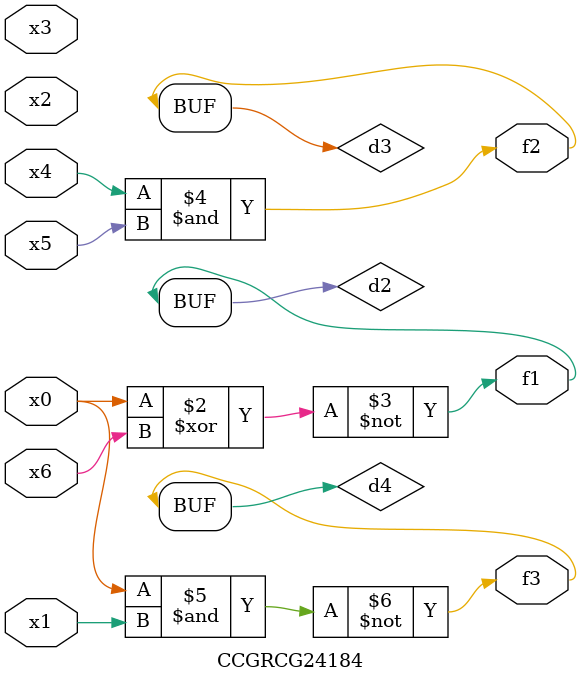
<source format=v>
module CCGRCG24184(
	input x0, x1, x2, x3, x4, x5, x6,
	output f1, f2, f3
);

	wire d1, d2, d3, d4;

	nor (d1, x0);
	xnor (d2, x0, x6);
	and (d3, x4, x5);
	nand (d4, x0, x1);
	assign f1 = d2;
	assign f2 = d3;
	assign f3 = d4;
endmodule

</source>
